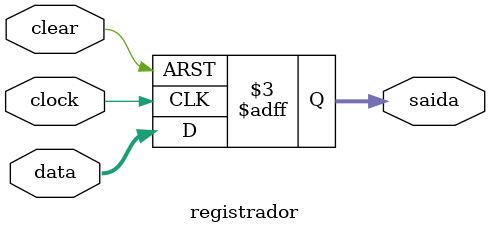
<source format=v>
module registrador(data,clock,clear,saida);
	input [15:0] data;
	input clock,clear;
	output reg [15:0] saida;

	always @(posedge clock, posedge clear)
		begin
			if(clear == 1) begin
				saida = 0;
			end
			else begin
				saida = data;
			end
		end
endmodule
</source>
